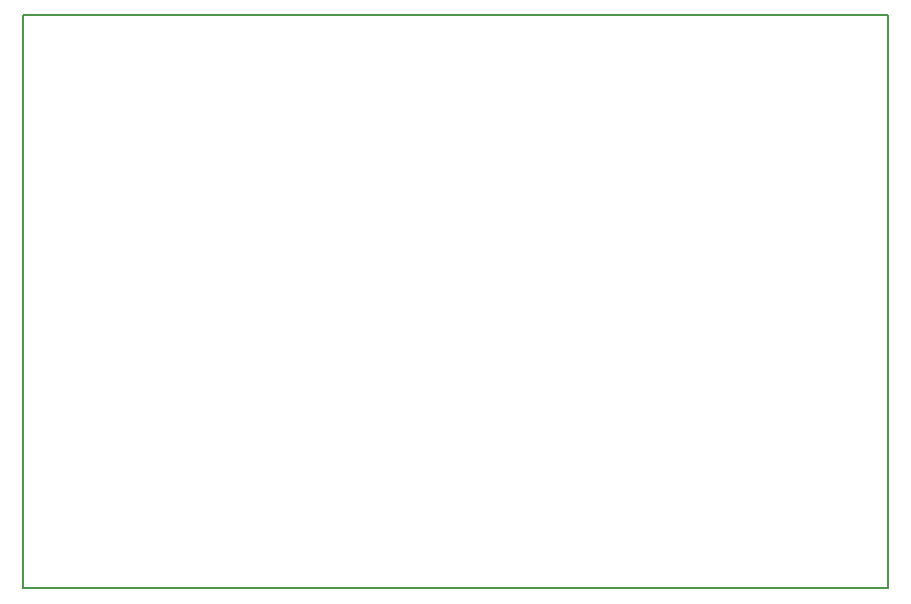
<source format=gbo>
G04 MADE WITH FRITZING*
G04 WWW.FRITZING.ORG*
G04 DOUBLE SIDED*
G04 HOLES PLATED*
G04 CONTOUR ON CENTER OF CONTOUR VECTOR*
%ASAXBY*%
%FSLAX23Y23*%
%MOIN*%
%OFA0B0*%
%SFA1.0B1.0*%
%ADD10R,2.892700X1.918680X2.876700X1.902680*%
%ADD11C,0.008000*%
%LNSILK0*%
G90*
G70*
G54D11*
X4Y1915D02*
X2889Y1915D01*
X2889Y4D01*
X4Y4D01*
X4Y1915D01*
D02*
G04 End of Silk0*
M02*
</source>
